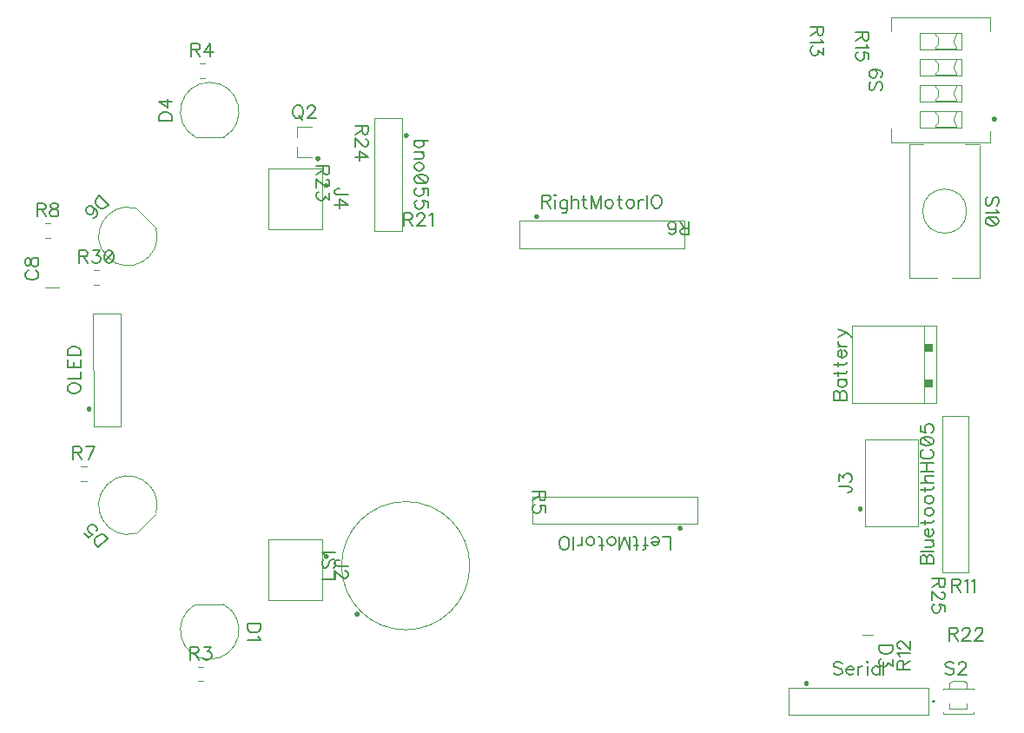
<source format=gbr>
G04 DipTrace 5.1.0.3*
G04 Âåðõíÿÿìàðêèðîâêà.gbr*
%MOMM*%
G04 #@! TF.FileFunction,Legend,Top*
G04 #@! TF.Part,Single*
%ADD10C,0.12*%
%ADD34C,0.1*%
%ADD106C,0.19608*%
%FSLAX35Y35*%
G04*
G71*
G90*
G75*
G01*
G04 TopSilk*
%LPD*%
X10050864Y4186454D2*
D10*
X10050850Y4936428D1*
X9230850Y4936413D1*
X9230864Y4186439D1*
X10050864Y4186454D1*
X9930897Y4186452D2*
X9930883Y4936425D1*
G36*
X9930894Y4336445D2*
X10010844Y4336447D1*
X10010843Y4416393D1*
X9930893Y4416392D1*
X9930894Y4336445D1*
G37*
G36*
X9930888Y4686535D2*
X10010838Y4686537D1*
X10010836Y4766483D1*
X9930886Y4766482D1*
X9930888Y4686535D1*
G37*
X10104132Y2537036D2*
D10*
X10358139Y2537045D1*
X10358088Y4060905D1*
X10104081Y4060896D1*
X10104132Y2537036D1*
X4838226Y6963670D2*
X4572226Y6963655D1*
X4572287Y5861655D1*
X4838287Y5861670D1*
X4838226Y6963670D1*
G36*
X4880834Y6818272D2*
X4884045Y6818062D1*
X4887201Y6817434D1*
X4890248Y6816400D1*
X4893135Y6814977D1*
X4895810Y6813189D1*
X4898230Y6811068D1*
X4900351Y6808648D1*
X4902139Y6805973D1*
X4903563Y6803087D1*
X4904597Y6800040D1*
X4905225Y6796884D1*
X4905436Y6793673D1*
X4905225Y6790462D1*
X4904598Y6787306D1*
X4903564Y6784259D1*
X4902141Y6781373D1*
X4900353Y6778697D1*
X4898231Y6776278D1*
X4895812Y6774156D1*
X4893137Y6772368D1*
X4890251Y6770945D1*
X4887204Y6769910D1*
X4884048Y6769283D1*
X4880837Y6769072D1*
D1*
X4877626Y6769282D1*
X4874470Y6769910D1*
X4871423Y6770944D1*
X4868537Y6772367D1*
X4865861Y6774155D1*
X4863442Y6776276D1*
X4861320Y6778695D1*
X4859532Y6781371D1*
X4858109Y6784257D1*
X4857074Y6787304D1*
X4856446Y6790460D1*
X4856236Y6793671D1*
X4856446Y6796881D1*
X4857074Y6800038D1*
X4858108Y6803085D1*
X4859531Y6805971D1*
X4861318Y6808646D1*
X4863440Y6811066D1*
X4865859Y6813188D1*
X4868535Y6814975D1*
X4871420Y6816399D1*
X4874467Y6817433D1*
X4877623Y6818061D1*
X4880834Y6818272D1*
D1*
G37*
X1494498Y5314714D2*
D10*
X1364598Y5314706D1*
X3101466Y2223169D2*
G02X2827786Y2223158I-136830J-250005D01*
G01*
X3101466Y2223169D1*
X9429705Y1922131D2*
X9329711Y1922129D1*
X2827806Y6777159D2*
G02X3101486Y6777168I136832J250004D01*
G01*
X2827806Y6777159D1*
X2248260Y2917027D2*
G02X2441777Y3110552I-80022J273535D01*
G01*
X2248260Y2917027D1*
X2441775Y5890781D2*
G02X2248254Y6084302I-273537J-80016D01*
G01*
X2441775Y5890781D1*
X4059272Y2860736D2*
X3535272Y2860723D1*
X3535288Y2266723D1*
X4059288Y2266736D1*
X4059272Y2860736D1*
G36*
X4101876Y2715337D2*
X4105087Y2715127D1*
X4108243Y2714499D1*
X4111290Y2713465D1*
X4114176Y2712042D1*
X4116852Y2710254D1*
X4119271Y2708133D1*
X4121393Y2705713D1*
X4123181Y2703038D1*
X4124604Y2700152D1*
X4125638Y2697105D1*
X4126266Y2693949D1*
X4126477Y2690738D1*
X4126266Y2687527D1*
X4125639Y2684371D1*
X4124604Y2681324D1*
X4123181Y2678438D1*
X4121394Y2675762D1*
X4119272Y2673343D1*
X4116853Y2671221D1*
X4114177Y2669433D1*
X4111291Y2668010D1*
X4108244Y2666976D1*
X4105088Y2666348D1*
X4101877Y2666137D1*
D1*
X4098666Y2666348D1*
X4095510Y2666975D1*
X4092463Y2668010D1*
X4089577Y2669433D1*
X4086902Y2671220D1*
X4084482Y2673342D1*
X4082361Y2675761D1*
X4080573Y2678437D1*
X4079150Y2681323D1*
X4078115Y2684370D1*
X4077487Y2687526D1*
X4077277Y2690737D1*
X4077487Y2693948D1*
X4078115Y2697104D1*
X4079149Y2700151D1*
X4080572Y2703037D1*
X4082360Y2705712D1*
X4084481Y2708132D1*
X4086901Y2710253D1*
X4089576Y2712041D1*
X4092462Y2713465D1*
X4095509Y2714499D1*
X4098665Y2715127D1*
X4101876Y2715337D1*
D1*
G37*
X9349710Y2982167D2*
D10*
X9873710D1*
Y3830167D1*
X9349710D1*
Y2982167D1*
G36*
X9307110Y3127567D2*
X9303899Y3127777D1*
X9300743Y3128405D1*
X9297696Y3129439D1*
X9294810Y3130862D1*
X9292134Y3132650D1*
X9289715Y3134772D1*
X9287594Y3137191D1*
X9285806Y3139867D1*
X9284383Y3142753D1*
X9283348Y3145800D1*
X9282720Y3148956D1*
X9282510Y3152167D1*
X9282720Y3155378D1*
X9283348Y3158534D1*
X9284383Y3161581D1*
X9285806Y3164467D1*
X9287594Y3167142D1*
X9289715Y3169562D1*
X9292134Y3171683D1*
X9294810Y3173471D1*
X9297696Y3174894D1*
X9300743Y3175928D1*
X9303899Y3176556D1*
X9307110Y3176767D1*
D1*
X9310321Y3176556D1*
X9313477Y3175928D1*
X9316524Y3174894D1*
X9319410Y3173471D1*
X9322086Y3171683D1*
X9324505Y3169562D1*
X9326627Y3167142D1*
X9328414Y3164467D1*
X9329837Y3161581D1*
X9330872Y3158534D1*
X9331500Y3155378D1*
X9331710Y3152167D1*
X9331500Y3148956D1*
X9330872Y3145800D1*
X9329837Y3142753D1*
X9328414Y3139867D1*
X9326627Y3137191D1*
X9324505Y3134772D1*
X9322086Y3132650D1*
X9319410Y3130862D1*
X9316524Y3129439D1*
X9313477Y3128405D1*
X9310321Y3127777D1*
X9307110Y3127567D1*
D1*
G37*
X4059237Y6476663D2*
D10*
X3535237D1*
Y5882663D1*
X4059237D1*
Y6476663D1*
G36*
X4101837Y6331263D2*
X4105048Y6331053D1*
X4108204Y6330425D1*
X4111251Y6329391D1*
X4114137Y6327968D1*
X4116812Y6326180D1*
X4119232Y6324058D1*
X4121353Y6321639D1*
X4123141Y6318963D1*
X4124564Y6316077D1*
X4125598Y6313030D1*
X4126226Y6309874D1*
X4126437Y6306663D1*
X4126226Y6303452D1*
X4125598Y6300296D1*
X4124564Y6297249D1*
X4123141Y6294363D1*
X4121353Y6291688D1*
X4119232Y6289269D1*
X4116812Y6287147D1*
X4114137Y6285359D1*
X4111251Y6283936D1*
X4108204Y6282902D1*
X4105048Y6282274D1*
X4101837Y6282063D1*
D1*
X4098626Y6282274D1*
X4095470Y6282902D1*
X4092423Y6283936D1*
X4089537Y6285359D1*
X4086861Y6287147D1*
X4084442Y6289269D1*
X4082320Y6291688D1*
X4080532Y6294363D1*
X4079109Y6297249D1*
X4078075Y6300296D1*
X4077447Y6303452D1*
X4077237Y6306663D1*
X4077447Y6309874D1*
X4078075Y6313030D1*
X4079109Y6316077D1*
X4080532Y6318963D1*
X4082320Y6321639D1*
X4084442Y6324058D1*
X4086861Y6326180D1*
X4089537Y6327968D1*
X4092423Y6329391D1*
X4095470Y6330425D1*
X4098626Y6331053D1*
X4101837Y6331263D1*
D1*
G37*
X7720612Y3009608D2*
D10*
X7720607Y3275608D1*
X6110607Y3275572D1*
X6110612Y3009572D1*
X7720612Y3009608D1*
G36*
X7575213Y2967005D2*
X7575003Y2963794D1*
X7574375Y2960638D1*
X7573341Y2957591D1*
X7571918Y2954705D1*
X7570130Y2952029D1*
X7568009Y2949610D1*
X7565589Y2947488D1*
X7562914Y2945700D1*
X7560028Y2944277D1*
X7556981Y2943242D1*
X7553825Y2942615D1*
X7550614Y2942404D1*
X7547403Y2942614D1*
X7544247Y2943242D1*
X7541200Y2944276D1*
X7538314Y2945700D1*
X7535638Y2947487D1*
X7533219Y2949609D1*
X7531097Y2952028D1*
X7529309Y2954704D1*
X7527886Y2957590D1*
X7526852Y2960637D1*
X7526224Y2963793D1*
X7526013Y2967003D1*
D1*
X7526224Y2970214D1*
X7526852Y2973370D1*
X7527886Y2976418D1*
X7529309Y2979304D1*
X7531097Y2981979D1*
X7533218Y2984398D1*
X7535637Y2986520D1*
X7538313Y2988308D1*
X7541199Y2989731D1*
X7544246Y2990766D1*
X7547402Y2991394D1*
X7550613Y2991604D1*
X7553824Y2991394D1*
X7556980Y2990766D1*
X7560027Y2989732D1*
X7562913Y2988309D1*
X7565589Y2986521D1*
X7568008Y2984399D1*
X7570130Y2981980D1*
X7571917Y2979305D1*
X7573341Y2976419D1*
X7574375Y2973372D1*
X7575003Y2970216D1*
X7575213Y2967005D1*
D1*
G37*
X4250417Y2600243D2*
D10*
G02X4250417Y2600243I625000J0D01*
G01*
G36*
X4403070Y2102897D2*
X4399807Y2103111D1*
X4396600Y2103749D1*
X4393503Y2104800D1*
X4390570Y2106246D1*
X4387851Y2108063D1*
X4385392Y2110219D1*
X4383236Y2112678D1*
X4381419Y2115397D1*
X4379973Y2118330D1*
X4378922Y2121426D1*
X4378284Y2124634D1*
X4378070Y2127897D1*
X4378284Y2131160D1*
X4378922Y2134367D1*
X4379973Y2137464D1*
X4381419Y2140397D1*
X4383236Y2143116D1*
X4385392Y2145574D1*
X4387851Y2147731D1*
X4390570Y2149547D1*
X4393503Y2150994D1*
X4396600Y2152045D1*
X4399807Y2152683D1*
X4403070Y2152897D1*
D1*
X4406333Y2152683D1*
X4409540Y2152045D1*
X4412637Y2150994D1*
X4415570Y2149547D1*
X4418289Y2147731D1*
X4420748Y2145574D1*
X4422904Y2143116D1*
X4424721Y2140397D1*
X4426167Y2137464D1*
X4427218Y2134367D1*
X4427856Y2131160D1*
X4428070Y2127897D1*
X4427856Y2124634D1*
X4427218Y2121426D1*
X4426167Y2118330D1*
X4424721Y2115397D1*
X4422904Y2112678D1*
X4420748Y2110219D1*
X4418289Y2108063D1*
X4415570Y2106246D1*
X4412637Y2104800D1*
X4409540Y2103749D1*
X4406333Y2103111D1*
X4403070Y2102897D1*
D1*
G37*
X1831187Y3958071D2*
D10*
X2097187Y3958076D1*
X2097167Y5060076D1*
X1831167Y5060071D1*
X1831187Y3958071D1*
G36*
X1788584Y4103471D2*
X1785373Y4103681D1*
X1782217Y4104309D1*
X1779170Y4105343D1*
X1776284Y4106766D1*
X1773609Y4108554D1*
X1771189Y4110675D1*
X1769067Y4113095D1*
X1767280Y4115770D1*
X1765856Y4118656D1*
X1764822Y4121703D1*
X1764194Y4124859D1*
X1763984Y4128070D1*
X1764194Y4131281D1*
X1764822Y4134437D1*
X1765856Y4137484D1*
X1767279Y4140370D1*
X1769067Y4143046D1*
X1771189Y4145465D1*
X1773608Y4147587D1*
X1776283Y4149375D1*
X1779169Y4150798D1*
X1782216Y4151832D1*
X1785372Y4152460D1*
X1788583Y4152671D1*
D1*
X1791794Y4152460D1*
X1794950Y4151832D1*
X1797997Y4150798D1*
X1800883Y4149375D1*
X1803559Y4147587D1*
X1805978Y4145466D1*
X1808100Y4143046D1*
X1809888Y4140371D1*
X1811311Y4137485D1*
X1812345Y4134438D1*
X1812973Y4131282D1*
X1813184Y4128071D1*
X1812973Y4124860D1*
X1812346Y4121704D1*
X1811311Y4118657D1*
X1809888Y4115771D1*
X1808100Y4113095D1*
X1805979Y4110676D1*
X1803560Y4108554D1*
X1800884Y4106767D1*
X1797998Y4105343D1*
X1794951Y4104309D1*
X1791795Y4103681D1*
X1788584Y4103471D1*
D1*
G37*
X3819037Y6683163D2*
D10*
Y6582163D1*
X3959037D1*
X3819037Y6781163D2*
Y6882163D1*
X3959037D1*
G36*
X4020037Y6544163D2*
X4016774Y6544377D1*
X4013566Y6545015D1*
X4010470Y6546066D1*
X4007537Y6547513D1*
X4004818Y6549330D1*
X4002359Y6551486D1*
X4000203Y6553944D1*
X3998386Y6556663D1*
X3996940Y6559596D1*
X3995889Y6562693D1*
X3995251Y6565900D1*
X3995037Y6569163D1*
X3995251Y6572427D1*
X3995889Y6575634D1*
X3996940Y6578730D1*
X3998386Y6581663D1*
X4000203Y6584382D1*
X4002359Y6586841D1*
X4004818Y6588997D1*
X4007537Y6590814D1*
X4010470Y6592260D1*
X4013566Y6593312D1*
X4016774Y6593949D1*
X4020037Y6594163D1*
D1*
X4023300Y6593949D1*
X4026507Y6593312D1*
X4029604Y6592260D1*
X4032537Y6590814D1*
X4035256Y6588997D1*
X4037714Y6586841D1*
X4039871Y6584382D1*
X4041687Y6581663D1*
X4043134Y6578730D1*
X4044185Y6575634D1*
X4044823Y6572427D1*
X4045037Y6569163D1*
X4044823Y6565900D1*
X4044185Y6562693D1*
X4043134Y6559596D1*
X4041687Y6556663D1*
X4039871Y6553944D1*
X4037714Y6551486D1*
X4035256Y6549330D1*
X4032537Y6547513D1*
X4029604Y6546066D1*
X4026507Y6545015D1*
X4023300Y6544377D1*
X4020037Y6544163D1*
D1*
G37*
X2853035Y1613963D2*
D34*
X2905035Y1613964D1*
X2853039Y1473963D2*
X2905039Y1473964D1*
X2868737Y7493863D2*
X2920737D1*
X2868737Y7353863D2*
X2920737D1*
X1712037Y3564563D2*
X1764037D1*
X1712037Y3424563D2*
X1764037D1*
X1361733Y5935762D2*
X1413733Y5935765D1*
X1361741Y5795762D2*
X1413741Y5795765D1*
X1833435Y5479963D2*
X1885435Y5479964D1*
X1833439Y5339963D2*
X1885439Y5339964D1*
X5980750Y5960920D2*
D10*
X5980758Y5694920D1*
X7590758Y5694967D1*
X7590750Y5960967D1*
X5980750Y5960920D1*
G36*
X6126149Y6003524D2*
X6126359Y6006735D1*
X6126987Y6009891D1*
X6128021Y6012938D1*
X6129444Y6015824D1*
X6131232Y6018500D1*
X6133353Y6020919D1*
X6135773Y6023041D1*
X6138448Y6024829D1*
X6141334Y6026252D1*
X6144381Y6027286D1*
X6147537Y6027914D1*
X6150748Y6028125D1*
X6153959Y6027914D1*
X6157115Y6027287D1*
X6160162Y6026252D1*
X6163048Y6024829D1*
X6165724Y6023042D1*
X6168143Y6020920D1*
X6170265Y6018501D1*
X6172053Y6015825D1*
X6173476Y6012939D1*
X6174510Y6009892D1*
X6175138Y6006736D1*
X6175349Y6003525D1*
D1*
X6175138Y6000314D1*
X6174511Y5997158D1*
X6173477Y5994111D1*
X6172053Y5991225D1*
X6170266Y5988550D1*
X6168144Y5986130D1*
X6165725Y5984009D1*
X6163049Y5982221D1*
X6160163Y5980798D1*
X6157116Y5979763D1*
X6153960Y5979135D1*
X6150750Y5978925D1*
X6147539Y5979135D1*
X6144383Y5979763D1*
X6141335Y5980797D1*
X6138449Y5982220D1*
X6135774Y5984008D1*
X6133354Y5986129D1*
X6131233Y5988549D1*
X6129445Y5991224D1*
X6128022Y5994110D1*
X6126987Y5997157D1*
X6126359Y6000313D1*
X6126149Y6003524D1*
D1*
G37*
X10177253Y1203525D2*
D10*
X10347247Y1203530D1*
X10112188Y1153536D2*
X10412221Y1153545D1*
X10112181Y1403526D2*
X10412214Y1403535D1*
X10347247Y1203530D2*
X10347245Y1253547D1*
X10177253Y1203525D2*
X10177252Y1253542D1*
X10412221Y1153545D2*
Y1168558D1*
X10112188Y1153536D2*
Y1168550D1*
X10412214Y1403535D2*
X10412215Y1388552D1*
X10112181Y1403526D2*
Y1388543D1*
X10177247Y1403528D2*
X10177246Y1458552D1*
X10217245Y1478539D1*
X10307195Y1478542D1*
X10347241Y1403533D2*
X10347239Y1458557D1*
X10307195Y1478542D1*
G36*
X10022167Y1263547D2*
X10020209Y1263675D1*
X10018285Y1264058D1*
X10016427Y1264688D1*
X10014667Y1265556D1*
X10013036Y1266646D1*
X10011561Y1267940D1*
X10010267Y1269415D1*
X10009177Y1271046D1*
X10008310Y1272805D1*
X10007679Y1274663D1*
X10007296Y1276587D1*
X10007168Y1278545D1*
X10007296Y1280503D1*
X10007679Y1282427D1*
X10008309Y1284285D1*
X10009177Y1286044D1*
X10010267Y1287675D1*
X10011560Y1289150D1*
X10013035Y1290444D1*
X10014667Y1291534D1*
X10016426Y1292402D1*
X10018284Y1293032D1*
X10020208Y1293415D1*
X10022166Y1293544D1*
X10022169D1*
X10024127Y1293415D1*
X10026051Y1293033D1*
X10027909Y1292402D1*
X10029668Y1291534D1*
X10031300Y1290445D1*
X10032775Y1289151D1*
X10034068Y1287676D1*
X10035158Y1286045D1*
X10036026Y1284285D1*
X10036657Y1282428D1*
X10037039Y1280503D1*
X10037168Y1278546D1*
X10037040Y1276588D1*
X10036657Y1274664D1*
X10036026Y1272806D1*
X10035159Y1271047D1*
X10034069Y1269415D1*
X10032775Y1267940D1*
X10031300Y1266647D1*
X10029669Y1265557D1*
X10027909Y1264689D1*
X10026052Y1264058D1*
X10024128Y1263675D1*
X10022170Y1263547D1*
X10022167D1*
G37*
X9605009Y6862523D2*
D10*
X9605014Y6724523D1*
X10570214Y6724555D1*
X10570210Y6836419D1*
X9604978Y7806523D2*
X9604973Y7944523D1*
X10570173Y7944555D1*
X10570178Y7806555D1*
G36*
X10613207Y6928557D2*
X10609944Y6928770D1*
X10606736Y6929408D1*
X10603640Y6930459D1*
X10600707Y6931906D1*
X10597988Y6933722D1*
X10595529Y6935878D1*
X10593373Y6938337D1*
X10591556Y6941056D1*
X10590109Y6943989D1*
X10589058Y6947085D1*
X10588420Y6950293D1*
X10588206Y6953556D1*
X10588420Y6956819D1*
X10589058Y6960026D1*
X10590109Y6963123D1*
X10591555Y6966056D1*
X10593372Y6968775D1*
X10595528Y6971234D1*
X10597986Y6973390D1*
X10600705Y6975207D1*
X10603638Y6976653D1*
X10606735Y6977705D1*
X10609942Y6978343D1*
X10613205Y6978557D1*
D1*
X10616468Y6978343D1*
X10619676Y6977705D1*
X10622772Y6976654D1*
X10625705Y6975208D1*
X10628424Y6973391D1*
X10630883Y6971235D1*
X10633039Y6968776D1*
X10634856Y6966057D1*
X10636303Y6963125D1*
X10637354Y6960028D1*
X10637992Y6956821D1*
X10638206Y6953558D1*
X10637992Y6950294D1*
X10637354Y6947087D1*
X10636303Y6943990D1*
X10634857Y6941057D1*
X10633040Y6938338D1*
X10630884Y6935880D1*
X10628426Y6933723D1*
X10625707Y6931906D1*
X10622774Y6930460D1*
X10619677Y6929409D1*
X10616470Y6928771D1*
X10613207Y6928557D1*
D1*
G37*
X9884609Y6873533D2*
D10*
X10290609Y6873546D1*
X10290603Y7033546D1*
X9884603Y7033533D1*
X9884609Y6873533D1*
X10245608Y6895395D2*
Y6878495D1*
X10042608Y6878488D1*
Y6894488D1*
X10043358Y6895438D2*
X10049758Y6901938D1*
X10056357Y6910838D1*
X10061657Y6920538D1*
X10065657Y6931339D1*
X10067956Y6941639D1*
X10068856Y6953539D1*
X10067956Y6965439D1*
X10065655Y6975739D1*
X10061655Y6986538D1*
X10056355Y6996238D1*
X10049754Y7005138D1*
X10043354Y7011638D1*
X10244854Y7011645D2*
X10238454Y7005144D1*
X10231855Y6996244D1*
X10226555Y6986544D1*
X10222555Y6975744D1*
X10220256Y6965444D1*
X10219356Y6953544D1*
X10220256Y6941644D1*
X10222557Y6931344D1*
X10226557Y6920544D1*
X10231857Y6910844D1*
X10238458Y6901944D1*
X10244858Y6895445D1*
X10042604Y7012588D2*
X10042603Y7028588D1*
X10245603Y7028595D1*
X10245604Y7011695D1*
X9884600Y7127533D2*
X10290600Y7127546D1*
X10290595Y7287546D1*
X9884595Y7287533D1*
X9884600Y7127533D1*
X10245599Y7149395D2*
X10245600Y7132495D1*
X10042600Y7132488D1*
X10042599Y7148488D1*
X10043349Y7149438D2*
X10049749Y7155938D1*
X10056349Y7164838D1*
X10061649Y7174538D1*
X10065648Y7185339D1*
X10067948Y7195639D1*
X10068848Y7207539D1*
X10067947Y7219439D1*
X10065647Y7229739D1*
X10061646Y7240538D1*
X10056346Y7250238D1*
X10049746Y7259138D1*
X10043346Y7265638D1*
X10244846Y7265645D2*
X10238446Y7259144D1*
X10231846Y7250244D1*
X10226546Y7240544D1*
X10222547Y7229744D1*
X10220247Y7219444D1*
X10219348Y7207544D1*
X10220248Y7195644D1*
X10222548Y7185344D1*
X10226549Y7174544D1*
X10231849Y7164844D1*
X10238449Y7155944D1*
X10244849Y7149445D1*
X10042596Y7266588D2*
X10042595Y7282588D1*
X10245595Y7282595D1*
X10245596Y7265695D1*
X9884592Y7381533D2*
X10290592Y7381546D1*
X10290587Y7541546D1*
X9884587Y7541533D1*
X9884592Y7381533D1*
X10245591Y7403395D2*
X10245592Y7386495D1*
X10042592Y7386488D1*
X10042591Y7402488D1*
X10043341Y7403438D2*
X10049741Y7409938D1*
X10056341Y7418838D1*
X10061640Y7428538D1*
X10065640Y7439339D1*
X10067940Y7449639D1*
X10068839Y7461539D1*
X10067939Y7473439D1*
X10065638Y7483739D1*
X10061638Y7494538D1*
X10056338Y7504238D1*
X10049737Y7513138D1*
X10043337Y7519638D1*
X10244837Y7519645D2*
X10238437Y7513144D1*
X10231838Y7504244D1*
X10226538Y7494544D1*
X10222538Y7483744D1*
X10220239Y7473444D1*
X10219339Y7461544D1*
X10220240Y7449644D1*
X10222540Y7439344D1*
X10226540Y7428544D1*
X10231841Y7418844D1*
X10238441Y7409944D1*
X10244841Y7403445D1*
X10042587Y7520588D2*
Y7536588D1*
X10245587Y7536595D1*
Y7519695D1*
X9884583Y7635533D2*
X10290583Y7635546D1*
X10290578Y7795546D1*
X9884578Y7795533D1*
X9884583Y7635533D1*
X10245583Y7656395D2*
Y7639495D1*
X10042583Y7639488D1*
Y7655488D1*
X10043333Y7656438D2*
X10049732Y7662938D1*
X10056332Y7671838D1*
X10061632Y7681538D1*
X10065632Y7692339D1*
X10067931Y7702639D1*
X10068831Y7714539D1*
X10067930Y7726439D1*
X10065630Y7736739D1*
X10061630Y7747538D1*
X10056329Y7757238D1*
X10049729Y7766138D1*
X10043329Y7772638D1*
X10244829Y7772645D2*
X10238429Y7766144D1*
X10231829Y7757244D1*
X10226530Y7747544D1*
X10222530Y7736744D1*
X10220230Y7726444D1*
X10219331Y7714544D1*
X10220231Y7702644D1*
X10222532Y7692344D1*
X10226532Y7681544D1*
X10231832Y7671844D1*
X10238432Y7662944D1*
X10244833Y7656445D1*
X10042579Y7773588D2*
X10042578Y7789588D1*
X10245578Y7789595D1*
X10245579Y7772695D1*
X10469746Y5406743D2*
X10199719D1*
X9914727Y6056743D2*
G02X9914727Y6056743I215020J0D01*
G01*
X10329734Y6706743D2*
X10469747D1*
Y6696733D2*
X10469746Y5406743D1*
X10059773D2*
X9789746Y5406744D1*
X9789747Y6706744D1*
X9919764D1*
X8612630Y1411540D2*
Y1145540D1*
X9968630D1*
Y1411540D1*
X8612630D1*
G36*
X8758030Y1454140D2*
X8758240Y1457351D1*
X8758868Y1460507D1*
X8759903Y1463554D1*
X8761326Y1466440D1*
X8763114Y1469116D1*
X8765235Y1471535D1*
X8767654Y1473657D1*
X8770330Y1475444D1*
X8773216Y1476867D1*
X8776263Y1477902D1*
X8779419Y1478530D1*
X8782630Y1478740D1*
X8785841Y1478530D1*
X8788997Y1477902D1*
X8792044Y1476867D1*
X8794930Y1475444D1*
X8797606Y1473657D1*
X8800025Y1471535D1*
X8802147Y1469116D1*
X8803934Y1466440D1*
X8805357Y1463554D1*
X8806392Y1460507D1*
X8807020Y1457351D1*
X8807230Y1454140D1*
D1*
X8807020Y1450929D1*
X8806392Y1447773D1*
X8805357Y1444726D1*
X8803934Y1441840D1*
X8802147Y1439165D1*
X8800025Y1436745D1*
X8797606Y1434624D1*
X8794930Y1432836D1*
X8792044Y1431413D1*
X8788997Y1430378D1*
X8785841Y1429750D1*
X8782630Y1429540D1*
X8779419Y1429750D1*
X8776263Y1430378D1*
X8773216Y1431413D1*
X8770330Y1432836D1*
X8767654Y1434624D1*
X8765235Y1436745D1*
X8763114Y1439165D1*
X8761326Y1441840D1*
X8759903Y1444726D1*
X8758868Y1447773D1*
X8758240Y1450929D1*
X8758030Y1454140D1*
D1*
G37*
X9044876Y4215931D2*
D106*
X9172486Y4215933D1*
X9172485Y4270683D1*
X9166308Y4288933D1*
X9160271Y4294970D1*
X9148198Y4301006D1*
X9129948D1*
X9117735Y4294969D1*
X9111698Y4288932D1*
X9105662Y4270682D1*
X9099485Y4288932D1*
X9093448Y4294969D1*
X9081375Y4301005D1*
X9069161D1*
X9057088Y4294968D1*
X9050912Y4288931D1*
X9044875Y4270681D1*
X9044876Y4215931D1*
X9105663Y4215932D2*
X9105662Y4270682D1*
X9087409Y4413080D2*
X9172482Y4413082D1*
X9105659Y4413081D2*
X9093446Y4401007D1*
X9087410Y4388794D1*
Y4370684D1*
X9093447Y4358471D1*
X9105661Y4346398D1*
X9123911Y4340221D1*
X9135984Y4340222D1*
X9154234Y4346399D1*
X9166306Y4358472D1*
X9172483Y4370686D1*
Y4388795D1*
X9166306Y4401009D1*
X9154232Y4413082D1*
X9044872Y4470545D2*
X9148195Y4470547D1*
X9166304Y4476584D1*
X9172481Y4488798D1*
Y4500871D1*
X9087409Y4452296D2*
X9087408Y4494833D1*
X9044870Y4558334D2*
X9148193Y4558336D1*
X9166303Y4564373D1*
X9172479Y4576586D1*
Y4588659D1*
X9087407Y4540085D2*
X9087406Y4582621D1*
X9123905Y4627874D2*
X9123904Y4700734D1*
X9111691D1*
X9099477Y4694697D1*
X9093441Y4688660D1*
X9087404Y4676447D1*
X9087405Y4658197D1*
X9093442Y4646124D1*
X9105655Y4633910D1*
X9123905Y4627874D1*
X9135978D1*
X9154228Y4633911D1*
X9166301Y4646125D1*
X9172478Y4658198D1*
Y4676448D1*
X9166300Y4688661D1*
X9154227Y4700734D1*
X9087403Y4739949D2*
X9172476Y4739950D1*
X9123903Y4739949D2*
X9105653Y4746126D1*
X9093440Y4758199D1*
X9087403Y4770412D1*
X9087402Y4788662D1*
Y4834055D2*
X9172474Y4870416D1*
X9196761Y4858343D1*
X9208974Y4846130D1*
X9215011Y4834057D1*
Y4827880D1*
X9087400Y4906914D2*
X9172474Y4870416D1*
X9893156Y2617102D2*
X10020766Y2617106D1*
X10020764Y2671856D1*
X10014586Y2690106D1*
X10008549Y2696142D1*
X9996476Y2702178D1*
X9978226D1*
X9966013Y2696141D1*
X9959977Y2690104D1*
X9953941Y2671854D1*
X9947763Y2690104D1*
X9941726Y2696140D1*
X9929653Y2702176D1*
X9917440D1*
X9905367Y2696139D1*
X9899190Y2690102D1*
X9893154Y2671852D1*
X9893156Y2617102D1*
X9953942Y2617104D2*
X9953941Y2671854D1*
X9893152Y2741390D2*
X10020761Y2741395D1*
X9935687Y2780608D2*
X9996474Y2780610D1*
X10014583Y2786647D1*
X10020760Y2798860D1*
X10020759Y2817110D1*
X10014582Y2829183D1*
X9996471Y2847433D1*
X9935685Y2847431D2*
X10020758Y2847433D1*
X9972184Y2886648D2*
X9972181Y2959507D1*
X9959968D1*
X9947754Y2953470D1*
X9941718Y2947433D1*
X9935682Y2935219D1*
X9935683Y2916969D1*
X9941720Y2904897D1*
X9953933Y2892683D1*
X9972184Y2886648D1*
X9984257D1*
X10002506Y2892685D1*
X10014579Y2904899D1*
X10020756Y2916972D1*
X10020755Y2935222D1*
X10014578Y2947435D1*
X10002504Y2959508D1*
X9893143Y3016970D2*
X9996466Y3016974D1*
X10014575Y3023011D1*
X10020752Y3035224D1*
X10020751Y3047298D1*
X9935680Y2998722D2*
X9935678Y3041258D1*
X9935676Y3116833D2*
X9941713Y3104761D1*
X9953927Y3092548D1*
X9972177Y3086512D1*
X9984250D1*
X10002500Y3092549D1*
X10014573Y3104763D1*
X10020749Y3116836D1*
X10020748Y3135086D1*
X10014571Y3147300D1*
X10002498Y3159372D1*
X9984247Y3165549D1*
X9972174Y3165548D1*
X9953925Y3159371D1*
X9941711Y3147297D1*
X9935675Y3135083D1*
X9935676Y3116833D1*
X9935672Y3235086D2*
X9941709Y3223013D1*
X9953923Y3210800D1*
X9972173Y3204764D1*
X9984246D1*
X10002496Y3210801D1*
X10014569Y3223015D1*
X10020745Y3235088D1*
Y3253338D1*
X10014567Y3265552D1*
X10002494Y3277624D1*
X9984244Y3283801D1*
X9972170Y3283800D1*
X9953921Y3277623D1*
X9941708Y3265549D1*
X9935671Y3253336D1*
X9935672Y3235086D1*
X9893132Y3341263D2*
X9996455Y3341267D1*
X10014564Y3347304D1*
X10020741Y3359518D1*
Y3371591D1*
X9935669Y3323015D2*
X9935668Y3365551D1*
X9893130Y3410802D2*
X10020739Y3410806D1*
X9959953Y3410804D2*
X9941702Y3429054D1*
X9935665Y3441267D1*
Y3459517D1*
X9941701Y3471590D1*
X9959951Y3477627D1*
X10020737Y3477629D1*
X9893126Y3516841D2*
X10020736Y3516845D1*
X9893123Y3601914D2*
X10020733Y3601918D1*
X9953913Y3516843D2*
X9953910Y3601916D1*
X9923442Y3732240D2*
X9911369Y3726203D1*
X9899156Y3713990D1*
X9893120Y3701916D1*
X9893121Y3677630D1*
X9899158Y3665416D1*
X9911372Y3653344D1*
X9923445Y3647167D1*
X9941695Y3641131D1*
X9972159Y3641132D1*
X9990268Y3647169D1*
X10002481Y3653347D1*
X10014554Y3665420D1*
X10020730Y3677634D1*
Y3701920D1*
X10014552Y3713993D1*
X10002479Y3726206D1*
X9990265Y3732243D1*
X9893257Y3807955D2*
X9899294Y3789705D1*
X9917545Y3777492D1*
X9947868Y3771457D1*
X9966118D1*
X9996441Y3777495D1*
X10014690Y3789709D1*
X10020726Y3807959D1*
Y3820032D1*
X10014689Y3838282D1*
X9996438Y3850355D1*
X9966115Y3856531D1*
X9947865Y3856530D1*
X9917542Y3850352D1*
X9899292Y3838278D1*
X9893257Y3820028D1*
Y3807955D1*
X9917542Y3850352D2*
X9996441Y3777495D1*
X9893252Y3968603D2*
X9893254Y3907957D1*
X9947863Y3901923D1*
X9941827Y3907959D1*
X9935649Y3926209D1*
Y3944318D1*
X9941825Y3962568D1*
X9953898Y3974782D1*
X9972147Y3980819D1*
X9984220Y3980820D1*
X10002471Y3974784D1*
X10014685Y3962571D1*
X10020722Y3944321D1*
Y3926211D1*
X10014686Y3907961D1*
X10008510Y3901925D1*
X9996437Y3895747D1*
X5091425Y6747692D2*
X4963815Y6747685D1*
X5030638Y6747689D2*
X5042852Y6735476D1*
X5048890Y6723403D1*
X5048891Y6705153D1*
X5042855Y6693080D1*
X5030642Y6680866D1*
X5012392Y6674828D1*
X5000319Y6674827D1*
X4982069Y6680863D1*
X4969995Y6693076D1*
X4963818Y6705148D1*
X4963817Y6723398D1*
X4969993Y6735472D1*
X4982065Y6747686D1*
X5048894Y6635614D2*
X4963821Y6635610D1*
X5024608Y6635613D2*
X5042859Y6617364D1*
X5048896Y6605151D1*
X5048897Y6587041D1*
X5042861Y6574827D1*
X5024612Y6568790D1*
X4963825Y6568787D1*
X5048902Y6499252D2*
X5042865Y6511325D1*
X5030651Y6523538D1*
X5012400Y6529574D1*
X5000327Y6529573D1*
X4982078Y6523535D1*
X4970005Y6511321D1*
X4963829Y6499248D1*
X4963830Y6480998D1*
X4970008Y6468785D1*
X4982081Y6456712D1*
X5000332Y6450536D1*
X5012405Y6450537D1*
X5030654Y6456715D1*
X5042867Y6468789D1*
X5048903Y6481002D1*
X5048902Y6499252D1*
X5091305Y6374826D2*
X5085267Y6393075D1*
X5067017Y6405288D1*
X5036693Y6411323D1*
X5018443Y6411322D1*
X4988121Y6405283D1*
X4969871Y6393069D1*
X4963836Y6374819D1*
Y6362746D1*
X4969874Y6344496D1*
X4988125Y6332424D1*
X5018448Y6326249D1*
X5036698Y6326250D1*
X5067021Y6332428D1*
X5085270Y6344502D1*
X5091306Y6362753D1*
X5091305Y6374826D1*
X5067021Y6332428D2*
X4988121Y6405283D1*
X5091314Y6214177D2*
X5091311Y6274823D1*
X5036701Y6280857D1*
X5042737Y6274821D1*
X5048915Y6256571D1*
X5048916Y6238461D1*
X5042740Y6220211D1*
X5030668Y6207997D1*
X5012418Y6201959D1*
X5000345D1*
X4982095Y6207994D1*
X4969881Y6220207D1*
X4963843Y6238457D1*
X4963842Y6256566D1*
X4969878Y6274817D1*
X4976054Y6280854D1*
X4988127Y6287031D1*
X5091321Y6089888D2*
X5091317Y6150535D1*
X5036707Y6156568D1*
X5042744Y6150532D1*
X5048922Y6132282D1*
X5048923Y6114173D1*
X5042747Y6095922D1*
X5030675Y6083708D1*
X5012425Y6077671D1*
X5000352Y6077670D1*
X4982102Y6083706D1*
X4969888Y6095918D1*
X4963850Y6114168D1*
X4963849Y6132278D1*
X4969885Y6150528D1*
X4976061Y6156565D1*
X4988134Y6162742D1*
X1198874Y5478203D2*
X1186801Y5472166D1*
X1174589Y5459951D1*
X1168553Y5447878D1*
X1168555Y5423591D1*
X1174592Y5411378D1*
X1186806Y5399306D1*
X1198879Y5393130D1*
X1217130Y5387094D1*
X1247593Y5387096D1*
X1265703Y5393134D1*
X1277916Y5399312D1*
X1289988Y5411386D1*
X1296164Y5423599D1*
X1296163Y5447886D1*
X1289985Y5459959D1*
X1277911Y5472171D1*
X1265697Y5478207D1*
X1168687Y5547740D2*
X1174725Y5529631D1*
X1186798Y5523454D1*
X1199012Y5523455D1*
X1211084Y5529633D1*
X1217261Y5541706D1*
X1223296Y5565993D1*
X1229331Y5584244D1*
X1241544Y5596317D1*
X1253616Y5602355D1*
X1271866Y5602356D1*
X1283940Y5596320D1*
X1290117Y5590284D1*
X1296155Y5572034D1*
X1296156Y5547748D1*
X1290121Y5529638D1*
X1283944Y5523460D1*
X1271872Y5517423D1*
X1253622Y5517422D1*
X1241548Y5523458D1*
X1229334Y5535671D1*
X1223296Y5553780D1*
X1217258Y5578066D1*
X1211081Y5590279D1*
X1199007Y5596315D1*
X1186794Y5596314D1*
X1174721Y5590277D1*
X1168686Y5572026D1*
X1168687Y5547740D1*
X3460620Y2033060D2*
X3333010Y2033054D1*
X3333012Y1990518D1*
X3339190Y1972268D1*
X3351263Y1960055D1*
X3363477Y1954019D1*
X3381587Y1947983D1*
X3412050Y1947984D1*
X3430300Y1954022D1*
X3442373Y1960059D1*
X3454586Y1972273D1*
X3460622Y1990523D1*
X3460620Y2033060D1*
X3436198Y1908770D2*
X3442375Y1896557D1*
X3460486Y1878307D1*
X3333017Y1878302D1*
X9620697Y1823067D2*
X9493088Y1823064D1*
X9493089Y1780527D1*
X9499266Y1762277D1*
X9511340Y1750064D1*
X9523553Y1744028D1*
X9541663Y1737992D1*
X9572126Y1737993D1*
X9590376Y1744030D1*
X9602449Y1750067D1*
X9614662Y1762280D1*
X9620698Y1780531D1*
X9620697Y1823067D1*
X9620560Y1686565D2*
X9620562Y1619882D1*
X9571988Y1656241D1*
X9571989Y1637991D1*
X9565952Y1625917D1*
X9559916Y1619881D1*
X9541666Y1613703D1*
X9529593D1*
X9511343Y1619879D1*
X9499129Y1631952D1*
X9493092Y1650202D1*
Y1668452D1*
X9499128Y1686562D1*
X9505304Y1692599D1*
X9517377Y1698776D1*
X2468654Y6936948D2*
X2596263Y6936952D1*
X2596262Y6979489D1*
X2590085Y6997738D1*
X2578011Y7009951D1*
X2565797Y7015988D1*
X2547688Y7022023D1*
X2517224Y7022022D1*
X2498974Y7015985D1*
X2486901Y7009948D1*
X2474688Y6997735D1*
X2468652Y6979484D1*
X2468654Y6936948D1*
X2596257Y7122027D2*
X2468788Y7122023D1*
X2553723Y7061239D1*
X2553720Y7152349D1*
X1879177Y2778195D2*
X1969409Y2868431D1*
X1939330Y2898508D1*
X1922058Y2907045D1*
X1904885Y2907143D1*
X1891980Y2902775D1*
X1874906Y2894238D1*
X1853366Y2872697D1*
X1844730Y2855523D1*
X1840462Y2842718D1*
Y2825445D1*
X1849099Y2808272D1*
X1879177Y2778195D1*
X1739869Y2917697D2*
X1782753Y2874814D1*
X1825635Y2909161D1*
X1817098D1*
X1799826Y2917698D1*
X1787020Y2930503D1*
X1778483Y2947775D1*
X1778383Y2964948D1*
X1787019Y2982122D1*
X1795556Y2990659D1*
X1812729Y2999295D1*
X1830001Y2999296D1*
X1847175Y2990660D1*
X1859980Y2977855D1*
X1868617Y2960682D1*
X1868518Y2952046D1*
X1864349Y2939141D1*
X1978038Y6119888D2*
X1887805Y6210122D1*
X1857727Y6180044D1*
X1849190Y6162772D1*
X1849091Y6145599D1*
X1853458Y6132694D1*
X1861995Y6115620D1*
X1883536Y6094079D1*
X1900710Y6085443D1*
X1913515Y6081174D1*
X1930787D1*
X1947961Y6089811D1*
X1978038Y6119888D1*
X1825729Y5993388D2*
X1838534Y5989120D1*
X1855707Y5997756D1*
X1864244Y6006293D1*
X1872881Y6023466D1*
X1868612Y6045007D1*
X1851439Y6070717D1*
X1829997Y6092159D1*
X1808556Y6105063D1*
X1791283D1*
X1774110Y6096427D1*
X1769842Y6092159D1*
X1761305Y6075085D1*
Y6057812D1*
X1769941Y6040639D1*
X1774209Y6036371D1*
X1791382Y6027734D1*
X1808556Y6027834D1*
X1825630Y6036371D1*
X1829898Y6040639D1*
X1838534Y6057812D1*
X1838633Y6074986D1*
X1829997Y6092159D1*
X4312466Y2595494D2*
X4215320Y2595491D1*
X4197070Y2601527D1*
X4191033Y2607704D1*
X4184856Y2619777D1*
X4184855Y2631991D1*
X4191032Y2644064D1*
X4197068Y2650101D1*
X4215318Y2656278D1*
X4227391D1*
X4282004Y2550100D2*
X4288040Y2550101D1*
X4300254Y2544064D1*
X4306290Y2538028D1*
X4312327Y2525815D1*
X4312328Y2501528D1*
X4306292Y2489455D1*
X4300255Y2483418D1*
X4288042Y2477241D1*
X4275969D1*
X4263755Y2483417D1*
X4245645Y2495490D1*
X4184857Y2556275D1*
X4184859Y2471202D1*
X9096523Y3374416D2*
X9193670D1*
X9211920Y3368379D1*
X9217956Y3362202D1*
X9224133Y3350129D1*
Y3337916D1*
X9217956Y3325843D1*
X9211920Y3319806D1*
X9193670Y3313629D1*
X9181596D1*
X9096664Y3425845D2*
Y3492527D1*
X9145237Y3456168D1*
Y3474418D1*
X9151273Y3486491D1*
X9157310Y3492527D1*
X9175560Y3498704D1*
X9187633D1*
X9205883Y3492527D1*
X9218096Y3480454D1*
X9224133Y3462204D1*
Y3443954D1*
X9218096Y3425845D1*
X9211920Y3419808D1*
X9199846Y3413631D1*
X4312423Y6214433D2*
X4215277D1*
X4197027Y6220469D1*
X4190991Y6226646D1*
X4184814Y6238719D1*
Y6250933D1*
X4190991Y6263006D1*
X4197027Y6269042D1*
X4215277Y6275219D1*
X4227350D1*
X4184814Y6114431D2*
X4312283D1*
X4227350Y6175217D1*
Y6084107D1*
X7457955Y2756415D2*
X7457952Y2884025D1*
X7385093Y2884023D1*
X7345878Y2835449D2*
X7273018Y2835448D1*
X7273019Y2823234D1*
X7279056Y2811021D1*
X7285092Y2804985D1*
X7297306Y2798948D1*
X7315556Y2798949D1*
X7327629Y2804986D1*
X7339842Y2817199D1*
X7345878Y2835449D1*
Y2847523D1*
X7339841Y2865772D1*
X7327627Y2877845D1*
X7315554Y2884022D1*
X7297304Y2884021D1*
X7285091Y2877844D1*
X7273018Y2865771D1*
X7185231Y2756409D2*
X7197305Y2756410D1*
X7209518Y2762446D1*
X7215554Y2780697D1*
X7215552Y2884020D1*
X7233804Y2798947D2*
X7191267Y2798946D1*
X7127766Y2756408D2*
X7127764Y2859731D1*
X7121727Y2877841D1*
X7109513Y2884017D1*
X7097440D1*
X7146015Y2798945D2*
X7103478Y2798944D1*
X6961078Y2884014D2*
X6961081Y2756404D1*
X7009651Y2884015D1*
X7058227Y2756407D1*
X7058224Y2884016D1*
X6891541Y2798939D2*
X6903614Y2804976D1*
X6915827Y2817190D1*
X6921863Y2835440D1*
Y2847513D1*
X6915826Y2865763D1*
X6903613Y2877836D1*
X6891539Y2884013D1*
X6873289Y2884012D1*
X6861076Y2877835D1*
X6849003Y2865762D1*
X6842827Y2847511D1*
Y2835438D1*
X6849004Y2817188D1*
X6861078Y2804975D1*
X6873291Y2798939D1*
X6891541D1*
X6785363Y2756401D2*
X6785361Y2859724D1*
X6779324Y2877833D1*
X6767110Y2884010D1*
X6755037D1*
X6803612Y2798937D2*
X6761075D1*
X6685500Y2798935D2*
X6697573Y2804972D1*
X6709786Y2817185D1*
X6715822Y2835436D1*
Y2847509D1*
X6709785Y2865759D1*
X6697572Y2877831D1*
X6685498Y2884008D1*
X6667248D1*
X6655035Y2877830D1*
X6642962Y2865757D1*
X6636786Y2847507D1*
Y2835434D1*
X6642963Y2817184D1*
X6655037Y2804971D1*
X6667250Y2798934D1*
X6685500Y2798935D1*
X6597571Y2798933D2*
X6597569Y2884006D1*
X6597570Y2835433D2*
X6591394Y2817183D1*
X6579321Y2804969D1*
X6567108Y2798932D1*
X6548858D1*
X6509643Y2756394D2*
X6509640Y2884004D1*
X6433927Y2756393D2*
X6446140Y2762430D1*
X6458213Y2774643D1*
X6464390Y2786717D1*
X6470426Y2804967D1*
X6470425Y2835430D1*
X6464388Y2853540D1*
X6458211Y2865753D1*
X6446138Y2877826D1*
X6433924Y2884002D1*
X6409638D1*
X6397565Y2877825D1*
X6385352Y2865751D1*
X6379315Y2853538D1*
X6373279Y2835428D1*
X6373280Y2804965D1*
X6379317Y2786715D1*
X6385354Y2774642D1*
X6397567Y2762429D1*
X6409641Y2756392D1*
X6433927Y2756393D1*
X4064430Y2466830D2*
X4192040D1*
Y2539689D1*
X4082680Y2663978D2*
X4070467Y2651905D1*
X4064430Y2633655D1*
Y2609368D1*
X4070467Y2591118D1*
X4082680Y2578905D1*
X4094753D1*
X4106967Y2585082D1*
X4113003Y2591118D1*
X4119040Y2603191D1*
X4131253Y2639691D1*
X4137290Y2651905D1*
X4143467Y2657941D1*
X4155540Y2663978D1*
X4173790D1*
X4185863Y2651905D1*
X4192040Y2633655D1*
Y2609368D1*
X4185863Y2591118D1*
X4173790Y2578905D1*
X4088857Y2703194D2*
X4082680Y2715407D1*
X4064570Y2733657D1*
X4192040D1*
X1577994Y4319756D2*
X1584030Y4307542D1*
X1596244Y4295469D1*
X1608317Y4289293D1*
X1626567Y4283257D1*
X1657031D1*
X1675140Y4289294D1*
X1687354Y4295471D1*
X1699426Y4307544D1*
X1705603Y4319758D1*
Y4344045D1*
X1699426Y4356117D1*
X1687352Y4368331D1*
X1675139Y4374367D1*
X1657029Y4380403D1*
X1626566D1*
X1608316Y4374366D1*
X1596243Y4368329D1*
X1584029Y4356115D1*
X1577993Y4344042D1*
X1577994Y4319756D1*
X1577992Y4419617D2*
X1705601Y4419620D1*
X1705600Y4492479D1*
X1577988Y4610589D2*
X1577990Y4531693D1*
X1705599Y4531695D1*
X1705598Y4610591D1*
X1638776Y4531694D2*
X1638775Y4580267D1*
X1577987Y4649805D2*
X1705597Y4649807D1*
X1705596Y4692344D1*
X1699419Y4710593D1*
X1687346Y4722807D1*
X1675132Y4728843D1*
X1657022Y4734879D1*
X1626559D1*
X1608309Y4728842D1*
X1596236Y4722805D1*
X1584023Y4710591D1*
X1577987Y4692341D1*
Y4649805D1*
X3814749Y7088150D2*
X3802676Y7082254D1*
X3790462Y7070040D1*
X3784426Y7057827D1*
X3778249Y7039577D1*
Y7009254D1*
X3784426Y6991004D1*
X3790462Y6978931D1*
X3802676Y6966717D1*
X3814749Y6960681D1*
X3839036D1*
X3851249Y6966717D1*
X3863322Y6978931D1*
X3869359Y6991004D1*
X3875536Y7009254D1*
Y7039577D1*
X3869359Y7057827D1*
X3863322Y7070040D1*
X3851249Y7082254D1*
X3839036Y7088150D1*
X3814749D1*
X3832999Y6984967D2*
X3869359Y6948467D1*
X3920928Y7057687D2*
Y7063723D1*
X3926965Y7075937D1*
X3933001Y7081973D1*
X3945215Y7088010D1*
X3969501D1*
X3981574Y7081973D1*
X3987611Y7075937D1*
X3993788Y7063723D1*
Y7051650D1*
X3987611Y7039437D1*
X3975538Y7021327D1*
X3914751Y6960540D1*
X3999824D1*
X2774350Y1749160D2*
X2828959Y1749162D1*
X2847209Y1755339D1*
X2853386Y1761376D1*
X2859422Y1773449D1*
Y1785663D1*
X2853385Y1797736D1*
X2847208Y1803913D1*
X2828958Y1809949D1*
X2774348Y1809947D1*
X2774352Y1682337D1*
X2816886Y1749162D2*
X2859425Y1682340D1*
X2910850Y1809811D2*
X2977533Y1809812D1*
X2941175Y1761238D1*
X2959425Y1761239D1*
X2971498Y1755203D1*
X2977535Y1749166D1*
X2983712Y1730917D1*
Y1718843D1*
X2977536Y1700593D1*
X2965463Y1688379D1*
X2947214Y1682342D1*
X2928964D1*
X2910854Y1688378D1*
X2904817Y1694555D1*
X2898640Y1706627D1*
X2787037Y7629063D2*
X2841647D1*
X2859897Y7635240D1*
X2866074Y7641277D1*
X2872111Y7653350D1*
Y7665563D1*
X2866074Y7677637D1*
X2859897Y7683813D1*
X2841647Y7689850D1*
X2787037D1*
Y7562240D1*
X2829574Y7629063D2*
X2872111Y7562240D1*
X2972113D2*
Y7689710D1*
X2911326Y7604777D1*
X3002436D1*
X6178034Y3321009D2*
X6178037Y3266399D1*
X6184215Y3248149D1*
X6190252Y3241973D1*
X6202326Y3235937D1*
X6214539Y3235938D1*
X6226612Y3241975D1*
X6232788Y3248152D1*
X6238824Y3266402D1*
X6238821Y3321012D1*
X6111211Y3321005D1*
X6178037Y3278472D2*
X6111216Y3235932D1*
X6238691Y3123864D2*
X6238688Y3184510D1*
X6184078Y3190543D1*
X6190115Y3184507D1*
X6196293Y3166257D1*
X6196294Y3148148D1*
X6190118Y3129897D1*
X6178046Y3117683D1*
X6159796Y3111646D1*
X6147723Y3111645D1*
X6129472Y3117681D1*
X6117258Y3129893D1*
X6111221Y3148143D1*
X6111220Y3166253D1*
X6117255Y3184503D1*
X6123432Y3190540D1*
X6135505Y3196718D1*
X7635713Y5888347D2*
X7581104Y5888345D1*
X7562854Y5882167D1*
X7556677Y5876131D1*
X7550641Y5864057D1*
Y5851844D1*
X7556678Y5839771D1*
X7562856Y5833594D1*
X7581106Y5827558D1*
X7635715Y5827560D1*
X7635711Y5955170D1*
X7593177Y5888345D2*
X7550638Y5955167D1*
X7438566Y5845803D2*
X7444603Y5833730D1*
X7462854Y5827695D1*
X7474927D1*
X7493176Y5833732D1*
X7505389Y5851983D1*
X7511425Y5882306D1*
X7511424Y5912629D1*
X7505386Y5936915D1*
X7493172Y5949128D1*
X7474922Y5955164D1*
X7468885D1*
X7450776Y5949127D1*
X7438563Y5936913D1*
X7432527Y5918663D1*
Y5912626D1*
X7438565Y5894376D1*
X7450778Y5882304D1*
X7468888Y5876268D1*
X7474925D1*
X7493175Y5882305D1*
X7505388Y5894379D1*
X7511424Y5912629D1*
X1633356Y3699763D2*
X1687965D1*
X1706215Y3705940D1*
X1712392Y3711977D1*
X1718429Y3724050D1*
Y3736263D1*
X1712392Y3748337D1*
X1706215Y3754513D1*
X1687965Y3760550D1*
X1633356D1*
Y3632940D1*
X1675892Y3699763D2*
X1718429Y3632940D1*
X1781931D2*
X1842718Y3760410D1*
X1757645D1*
X1283114Y6070957D2*
X1337724Y6070961D1*
X1355973Y6077139D1*
X1362150Y6083175D1*
X1368186Y6095249D1*
X1368185Y6107462D1*
X1362148Y6119535D1*
X1355970Y6125712D1*
X1337720Y6131747D1*
X1283110Y6131744D1*
X1283118Y6004134D1*
X1325650Y6070960D2*
X1368191Y6004139D1*
X1437722Y6131613D2*
X1419613Y6125575D1*
X1413437Y6113501D1*
Y6101288D1*
X1419615Y6089215D1*
X1431688Y6083039D1*
X1455975Y6077004D1*
X1474226Y6070969D1*
X1486300Y6058756D1*
X1492337Y6046683D1*
X1492338Y6028433D1*
X1486302Y6016360D1*
X1480266Y6010182D1*
X1462016Y6004145D1*
X1437730Y6004143D1*
X1419620Y6010179D1*
X1413442Y6016355D1*
X1407405Y6028428D1*
X1407404Y6046678D1*
X1413440Y6058751D1*
X1425653Y6070966D1*
X1443762Y6077003D1*
X1468048Y6083041D1*
X1480261Y6089219D1*
X1486297Y6101292D1*
X1486296Y6113506D1*
X1480259Y6125579D1*
X1462009Y6131614D1*
X1437722Y6131613D1*
X10200029Y2410304D2*
X10254639Y2410307D1*
X10272888Y2416485D1*
X10279065Y2422522D1*
X10285101Y2434595D1*
X10285100Y2446809D1*
X10279063Y2458881D1*
X10272886Y2465058D1*
X10254635Y2471093D1*
X10200026Y2471090D1*
X10200033Y2343480D1*
X10242566Y2410306D2*
X10285106Y2343485D1*
X10324316Y2446670D2*
X10336529Y2452848D1*
X10354778Y2470959D1*
X10354785Y2343490D1*
X10393995Y2446675D2*
X10406208Y2452852D1*
X10424457Y2470963D1*
X10424465Y2343494D1*
X9728530Y1590717D2*
X9728527Y1645326D1*
X9722350Y1663576D1*
X9716313Y1669753D1*
X9704239Y1675789D1*
X9692026Y1675788D1*
X9679953Y1669751D1*
X9673776Y1663574D1*
X9667741Y1645323D1*
X9667743Y1590714D1*
X9795353Y1590720D1*
X9728528Y1633253D2*
X9795349Y1675793D1*
X9692164Y1715004D2*
X9685987Y1727217D1*
X9667876Y1745466D1*
X9795346Y1745472D1*
X9698197Y1790860D2*
X9692161D1*
X9679947Y1796896D1*
X9673910Y1802932D1*
X9667873Y1815145D1*
X9667872Y1839432D1*
X9673908Y1851505D1*
X9679944Y1857542D1*
X9692157Y1863719D1*
X9704230Y1863720D1*
X9716444Y1857544D1*
X9734554Y1845471D1*
X9795344Y1784688D1*
X9795340Y1869761D1*
X8886667Y7856468D2*
X8886671Y7801858D1*
X8892849Y7783609D1*
X8898886Y7777432D1*
X8910959Y7771396D1*
X8923173Y7771397D1*
X8935246Y7777435D1*
X8941422Y7783612D1*
X8947457Y7801862D1*
X8947454Y7856472D1*
X8819844Y7856463D1*
X8886670Y7813931D2*
X8819850Y7771390D1*
X8923035Y7732182D2*
X8929213Y7719969D1*
X8947324Y7701720D1*
X8819855Y7701711D1*
X8947328Y7650291D2*
X8947332Y7583608D1*
X8898757Y7619964D1*
X8898758Y7601714D1*
X8892722Y7589641D1*
X8886686Y7583604D1*
X8868436Y7577426D1*
X8856363Y7577425D1*
X8838113Y7583600D1*
X8825899Y7595673D1*
X8819861Y7613922D1*
X8819860Y7632172D1*
X8825895Y7650282D1*
X8832071Y7656319D1*
X8844144Y7662497D1*
X9330520Y7804876D2*
X9330521Y7750266D1*
X9336699Y7732016D1*
X9342735Y7725839D1*
X9354809Y7719803D1*
X9367022Y7719804D1*
X9379095Y7725840D1*
X9385272Y7732017D1*
X9391308Y7750268D1*
X9391306Y7804877D1*
X9263697Y7804874D1*
X9330521Y7762339D2*
X9263699Y7719801D1*
X9366883Y7680588D2*
X9373060Y7668375D1*
X9391170Y7650125D1*
X9263701Y7650122D1*
X9391173Y7538050D2*
X9391171Y7598696D1*
X9336562Y7604731D1*
X9342598Y7598695D1*
X9348776Y7580445D1*
Y7562335D1*
X9342600Y7544085D1*
X9330527Y7531871D1*
X9312277Y7525834D1*
X9300204D1*
X9281954Y7531870D1*
X9269740Y7544083D1*
X9263703Y7562333D1*
Y7580443D1*
X9269739Y7598693D1*
X9275915Y7604729D1*
X9287988Y7610907D1*
X4857196Y5977049D2*
X4911805Y5977055D1*
X4930055Y5983234D1*
X4936231Y5989271D1*
X4942266Y6001344D1*
X4942265Y6013558D1*
X4936227Y6025630D1*
X4930050Y6031807D1*
X4911799Y6037841D1*
X4857189Y6037836D1*
X4857202Y5910226D1*
X4899732Y5977053D2*
X4942276Y5910235D1*
X4987658Y6007386D2*
Y6013422D1*
X4993693Y6025636D1*
X4999729Y6031673D1*
X5011942Y6037711D1*
X5036228Y6037714D1*
X5048302Y6031678D1*
X5054339Y6025642D1*
X5060517Y6013430D1*
X5060518Y6001357D1*
X5054343Y5989142D1*
X5042272Y5971032D1*
X4981491Y5910239D1*
X5066564Y5910248D1*
X5105769Y6013434D2*
X5117982Y6019612D1*
X5136230Y6037724D1*
X5136243Y5910255D1*
X10173211Y1935850D2*
X10227821D1*
X10246071Y1942027D1*
X10252248Y1948064D1*
X10258284Y1960137D1*
Y1972350D1*
X10252248Y1984423D1*
X10246071Y1990600D1*
X10227821Y1996637D1*
X10173211D1*
Y1869027D1*
X10215748Y1935850D2*
X10258284Y1869027D1*
X10303677Y1966173D2*
Y1972210D1*
X10309714Y1984423D1*
X10315750Y1990460D1*
X10327964Y1996496D1*
X10352250D1*
X10364323Y1990460D1*
X10370360Y1984423D1*
X10376537Y1972210D1*
Y1960137D1*
X10370360Y1947923D1*
X10358287Y1929814D1*
X10297500Y1869027D1*
X10382573D1*
X10427966Y1966173D2*
Y1972210D1*
X10434002Y1984423D1*
X10440039Y1990460D1*
X10452252Y1996496D1*
X10476539D1*
X10488612Y1990460D1*
X10494649Y1984423D1*
X10500825Y1972210D1*
Y1960137D1*
X10494649Y1947923D1*
X10482575Y1929814D1*
X10421789Y1869027D1*
X10506862D1*
X4072675Y6496689D2*
Y6442079D1*
X4078852Y6423829D1*
X4084889Y6417652D1*
X4096962Y6411616D1*
X4109175D1*
X4121248Y6417652D1*
X4127425Y6423829D1*
X4133462Y6442079D1*
Y6496689D1*
X4005852D1*
X4072675Y6454152D2*
X4005852Y6411616D1*
X4102998Y6366223D2*
X4109035D1*
X4121248Y6360186D1*
X4127285Y6354150D1*
X4133321Y6341936D1*
Y6317650D1*
X4127285Y6305577D1*
X4121248Y6299540D1*
X4109035Y6293363D1*
X4096962D1*
X4084748Y6299540D1*
X4066639Y6311613D1*
X4005852Y6372400D1*
Y6287327D1*
X4133321Y6235898D2*
Y6169215D1*
X4084748Y6205575D1*
Y6187325D1*
X4078712Y6175252D1*
X4072675Y6169215D1*
X4054425Y6163038D1*
X4042352D1*
X4024102Y6169215D1*
X4011889Y6181288D1*
X4005852Y6199538D1*
Y6217788D1*
X4011889Y6235898D1*
X4018065Y6241934D1*
X4030139Y6248111D1*
X4451332Y6891112D2*
X4451334Y6836502D1*
X4457511Y6818253D1*
X4463548Y6812076D1*
X4475621Y6806040D1*
X4487835D1*
X4499907Y6812077D1*
X4506084Y6818254D1*
X4512120Y6836504D1*
X4512119Y6891114D1*
X4384509Y6891110D1*
X4451333Y6848576D2*
X4384512Y6806037D1*
X4481659Y6760647D2*
X4487695D1*
X4499909Y6754611D1*
X4505946Y6748575D1*
X4511983Y6736361D1*
Y6712075D1*
X4505947Y6700002D1*
X4499911Y6693965D1*
X4487697Y6687788D1*
X4475624Y6687787D1*
X4463411Y6693964D1*
X4445301Y6706037D1*
X4384513Y6766822D1*
X4384515Y6681749D1*
X4384517Y6581746D2*
X4511986Y6581750D1*
X4427052Y6642534D1*
X4427055Y6551424D1*
X10071580Y2474537D2*
X10071582Y2419928D1*
X10077760Y2401678D1*
X10083796Y2395501D1*
X10095870Y2389465D1*
X10108083Y2389466D1*
X10120156Y2395503D1*
X10126333Y2401680D1*
X10132368Y2419930D1*
X10132366Y2474540D1*
X10004756Y2474534D1*
X10071581Y2432001D2*
X10004760Y2389461D1*
X10101908Y2344073D2*
X10107945D1*
X10120159Y2338037D1*
X10126195Y2332001D1*
X10132232Y2319788D1*
X10132233Y2295501D1*
X10126197Y2283428D1*
X10120161Y2277391D1*
X10107948Y2271214D1*
X10095875Y2271213D1*
X10083661Y2277389D1*
X10065551Y2289462D1*
X10004762Y2350246D1*
X10004766Y2265173D1*
X10132240Y2153103D2*
X10132237Y2213749D1*
X10077627Y2219783D1*
X10083664Y2213747D1*
X10089842Y2195497D1*
Y2177388D1*
X10083666Y2159137D1*
X10071594Y2146923D1*
X10053344Y2140886D1*
X10041271Y2140885D1*
X10023021Y2146921D1*
X10010807Y2159134D1*
X10004769Y2177384D1*
Y2195493D1*
X10010804Y2213744D1*
X10016981Y2219781D1*
X10029054Y2225958D1*
X1692605Y5615159D2*
X1747215Y5615160D1*
X1765465Y5621338D1*
X1771642Y5627374D1*
X1777678Y5639448D1*
X1777677Y5651661D1*
X1771640Y5663734D1*
X1765463Y5669911D1*
X1747213Y5675947D1*
X1692604Y5675945D1*
X1692607Y5548335D1*
X1735142Y5615160D2*
X1777680Y5548338D1*
X1829106Y5675809D2*
X1895788Y5675811D1*
X1859430Y5627237D1*
X1877680D1*
X1889754Y5621201D1*
X1895790Y5615165D1*
X1901968Y5596915D1*
Y5584842D1*
X1895792Y5566591D1*
X1883719Y5554378D1*
X1865469Y5548341D1*
X1847219Y5548340D1*
X1829109Y5554376D1*
X1823073Y5560553D1*
X1816895Y5572626D1*
X1977681Y5675813D2*
X1959431Y5669776D1*
X1947218Y5651526D1*
X1941183Y5621202D1*
Y5602952D1*
X1947221Y5572629D1*
X1959435Y5554380D1*
X1977685Y5548344D1*
X1989758D1*
X2008008Y5554381D1*
X2020080Y5572632D1*
X2026256Y5602955D1*
Y5621205D1*
X2020078Y5651528D1*
X2008004Y5669777D1*
X1989754Y5675813D1*
X1977681D1*
X2020078Y5651528D2*
X1947221Y5572629D1*
X6202461Y6153326D2*
X6257071Y6153328D1*
X6275320Y6159505D1*
X6281497Y6165542D1*
X6287533Y6177615D1*
Y6189829D1*
X6281496Y6201902D1*
X6275319Y6208078D1*
X6257069Y6214114D1*
X6202459Y6214113D1*
X6202463Y6086503D1*
X6244998Y6153328D2*
X6287536Y6086506D1*
X6326748Y6214116D2*
X6332785Y6208080D1*
X6338961Y6214117D1*
X6332784Y6220294D1*
X6326748Y6214116D1*
X6332786Y6171580D2*
X6332788Y6086507D1*
X6451038Y6165547D2*
X6451041Y6068261D1*
X6445005Y6050151D1*
X6438969Y6043974D1*
X6426755Y6037937D1*
X6408505Y6037936D1*
X6396432Y6043972D1*
X6451039Y6147297D2*
X6438965Y6159370D1*
X6426752Y6165546D1*
X6408502D1*
X6396429Y6159369D1*
X6384216Y6147295D1*
X6378180Y6129045D1*
Y6116831D1*
X6384217Y6098722D1*
X6396431Y6086509D1*
X6408504Y6080473D1*
X6426754D1*
X6438967Y6086510D1*
X6451040Y6098724D1*
X6490252Y6214121D2*
X6490256Y6086512D1*
X6490254Y6147298D2*
X6508504Y6165549D1*
X6520717Y6171586D1*
X6538967D1*
X6551040Y6165550D1*
X6557077Y6147300D1*
X6557079Y6086514D1*
X6614541Y6214125D2*
X6614544Y6110802D1*
X6620581Y6092692D1*
X6632795Y6086516D1*
X6644868D1*
X6596292Y6171588D2*
X6638829Y6171589D1*
X6781230Y6086520D2*
X6781226Y6214130D1*
X6732657Y6086519D1*
X6684080Y6214127D1*
X6684084Y6086517D1*
X6850766Y6171595D2*
X6838693Y6165558D1*
X6826480Y6153345D1*
X6820444Y6135094D1*
Y6123021D1*
X6826482Y6104772D1*
X6838695Y6092699D1*
X6850769Y6086522D1*
X6869019Y6086523D1*
X6881232Y6092700D1*
X6893305Y6104774D1*
X6899481Y6123024D1*
Y6135097D1*
X6893303Y6153347D1*
X6881230Y6165560D1*
X6869016Y6171596D1*
X6850766Y6171595D1*
X6956944Y6214135D2*
X6956947Y6110812D1*
X6962984Y6092703D1*
X6975198Y6086526D1*
X6987271D1*
X6938695Y6171598D2*
X6981232Y6171599D1*
X7056807Y6171601D2*
X7044734Y6165565D1*
X7032521Y6153351D1*
X7026485Y6135101D1*
Y6123027D1*
X7032523Y6104778D1*
X7044736Y6092705D1*
X7056810Y6086528D1*
X7075060Y6086529D1*
X7087273Y6092706D1*
X7099346Y6104780D1*
X7105522Y6123030D1*
Y6135103D1*
X7099344Y6153353D1*
X7087271Y6165566D1*
X7075057Y6171602D1*
X7056807Y6171601D1*
X7144736Y6171604D2*
X7144739Y6086531D1*
X7144737Y6135104D2*
X7150914Y6153354D1*
X7162986Y6165568D1*
X7175200Y6171605D1*
X7193450D1*
X7232664Y6214143D2*
X7232668Y6086534D1*
X7308380Y6214145D2*
X7296167Y6208108D1*
X7284094Y6195895D1*
X7277917Y6183821D1*
X7271881Y6165571D1*
X7271882Y6135108D1*
X7277919Y6116998D1*
X7284097Y6104785D1*
X7296170Y6092712D1*
X7308384Y6086536D1*
X7332670D1*
X7344743Y6092714D1*
X7356956Y6104787D1*
X7362992Y6117001D1*
X7369028Y6135111D1*
X7369027Y6165574D1*
X7362990Y6183824D1*
X7356953Y6195897D1*
X7344740Y6208110D1*
X7332666Y6214146D1*
X7308380Y6214145D1*
X10220096Y1646276D2*
X10208022Y1658489D1*
X10189772Y1664525D1*
X10165486Y1664524D1*
X10147236Y1658487D1*
X10135023Y1646274D1*
Y1634200D1*
X10141200Y1621987D1*
X10147237Y1615951D1*
X10159310Y1609915D1*
X10195811Y1597702D1*
X10208024Y1591666D1*
X10214061Y1585489D1*
X10220098Y1573416D1*
Y1555166D1*
X10208026Y1543093D1*
X10189776Y1536916D1*
X10165489Y1536915D1*
X10147239Y1543091D1*
X10135025Y1555164D1*
X10265489Y1634064D2*
Y1640100D1*
X10271525Y1652314D1*
X10277561Y1658351D1*
X10289774Y1664388D1*
X10314061D1*
X10326134Y1658352D1*
X10332171Y1652316D1*
X10338348Y1640103D1*
X10338349Y1628030D1*
X10332172Y1615816D1*
X10320099Y1597706D1*
X10259315Y1536918D1*
X10344388Y1536920D1*
X9411857Y7317927D2*
X9399644Y7305854D1*
X9393608Y7287604D1*
X9393609Y7263317D1*
X9399646Y7245067D1*
X9411860Y7232854D1*
X9423933Y7232855D1*
X9436146Y7239032D1*
X9442183Y7245069D1*
X9448219Y7257142D1*
X9460431Y7293642D1*
X9466467Y7305856D1*
X9472644Y7311893D1*
X9484717Y7317930D1*
X9502967D1*
X9515040Y7305858D1*
X9521218Y7287608D1*
X9521219Y7263321D1*
X9515042Y7245071D1*
X9502970Y7232857D1*
X9436140Y7436180D2*
X9454390Y7430004D1*
X9466604Y7417931D1*
X9472641Y7399682D1*
Y7393645D1*
X9466605Y7375395D1*
X9454392Y7363321D1*
X9436143Y7357144D1*
X9430106D1*
X9411856Y7363320D1*
X9399782Y7375393D1*
X9393745Y7393643D1*
Y7399679D1*
X9399781Y7417929D1*
X9411854Y7430003D1*
X9436140Y7436180D1*
X9466603Y7436181D1*
X9496927Y7430006D1*
X9515177Y7417933D1*
X9521214Y7399683D1*
X9521215Y7387610D1*
X9515179Y7369360D1*
X9502965Y7363323D1*
X10637483Y6111190D2*
X10649697Y6123263D1*
X10655733Y6141513D1*
Y6165800D1*
X10649697Y6184050D1*
X10637483Y6196263D1*
X10625410D1*
X10613197Y6190087D1*
X10607160Y6184050D1*
X10601124Y6171977D1*
X10588910Y6135477D1*
X10582874Y6123263D1*
X10576697Y6117227D1*
X10564624Y6111190D1*
X10546374D1*
X10534301Y6123264D1*
X10528124Y6141514D1*
Y6165800D1*
X10534301Y6184050D1*
X10546374Y6196264D1*
X10631306Y6071975D2*
X10637483Y6059761D1*
X10655593Y6041511D1*
X10528124D1*
X10655593Y5965796D2*
X10649556Y5984046D1*
X10631306Y5996259D1*
X10600983Y6002296D1*
X10582733D1*
X10552410Y5996259D1*
X10534160Y5984046D1*
X10528124Y5965796D1*
Y5953723D1*
X10534160Y5935473D1*
X10552410Y5923399D1*
X10582733Y5917223D1*
X10600983Y5917222D1*
X10631306Y5923399D1*
X10649556Y5935472D1*
X10655593Y5953722D1*
Y5965796D1*
X10631306Y5923399D2*
X10552410Y5996259D1*
X9131804Y1646477D2*
X9119731Y1658690D1*
X9101481Y1664727D1*
X9077195D1*
X9058945Y1658690D1*
X9046731Y1646477D1*
Y1634404D1*
X9052908Y1622190D1*
X9058945Y1616154D1*
X9071018Y1610117D1*
X9107518Y1597904D1*
X9119731Y1591867D1*
X9125768Y1585690D1*
X9131804Y1573617D1*
Y1555367D1*
X9119731Y1543294D1*
X9101481Y1537117D1*
X9077195D1*
X9058945Y1543294D1*
X9046731Y1555367D1*
X9171020Y1585690D2*
X9243880D1*
Y1597904D1*
X9237843Y1610117D1*
X9231806Y1616154D1*
X9219593Y1622190D1*
X9201343D1*
X9189270Y1616154D1*
X9177056Y1603940D1*
X9171020Y1585690D1*
Y1573617D1*
X9177056Y1555367D1*
X9189270Y1543294D1*
X9201343Y1537117D1*
X9219593D1*
X9231806Y1543294D1*
X9243880Y1555367D1*
X9283095Y1622190D2*
Y1537117D1*
Y1585690D2*
X9289272Y1603940D1*
X9301345Y1616154D1*
X9313559Y1622190D1*
X9331809D1*
X9371024Y1664727D2*
X9377061Y1658690D1*
X9383238Y1664727D1*
X9377061Y1670904D1*
X9371024Y1664727D1*
X9377061Y1622190D2*
Y1537117D1*
X9495313Y1622190D2*
Y1537117D1*
Y1603940D2*
X9483240Y1616154D1*
X9471027Y1622190D1*
X9452917D1*
X9440704Y1616154D1*
X9428630Y1603940D1*
X9422454Y1585690D1*
Y1573617D1*
X9428630Y1555367D1*
X9440704Y1543294D1*
X9452917Y1537117D1*
X9471027D1*
X9483240Y1543294D1*
X9495313Y1555367D1*
X9534529Y1664727D2*
Y1537117D1*
M02*

</source>
